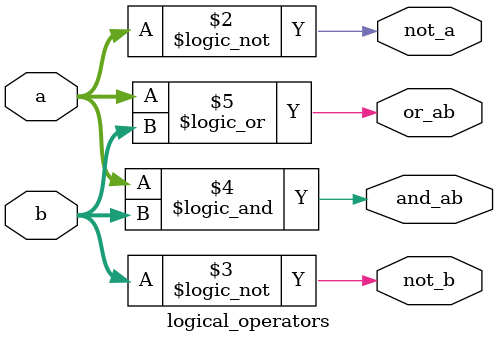
<source format=sv>
module logical_operators (
    input logic [2:0] a, b,
    output logic not_a, not_b, and_ab, or_ab
);
    
    always_comb begin
        // Logical NOT
        not_a = !a;
        not_b = !b;
        // Logical AND
        and_ab = a && b;
        // Logical OR
        or_ab = a || b;
    end

endmodule
</source>
